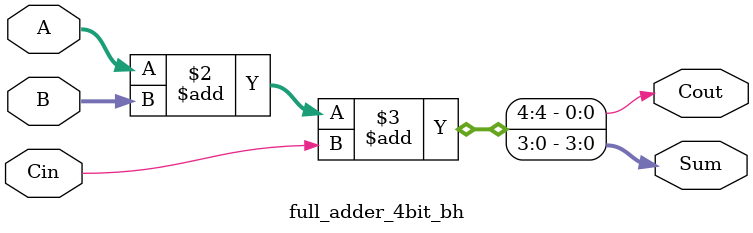
<source format=v>
`timescale 1ns / 1ps


module full_adder_4bit_bh(Sum,Cout,A,B,Cin);
    input [3:0] A,B;
    input Cin;
    output reg [3:0] Sum;
    output reg Cout;
    
    always @(A,B,Cin) begin
        {Cout,Sum} = A + B + Cin;
    end
endmodule

</source>
